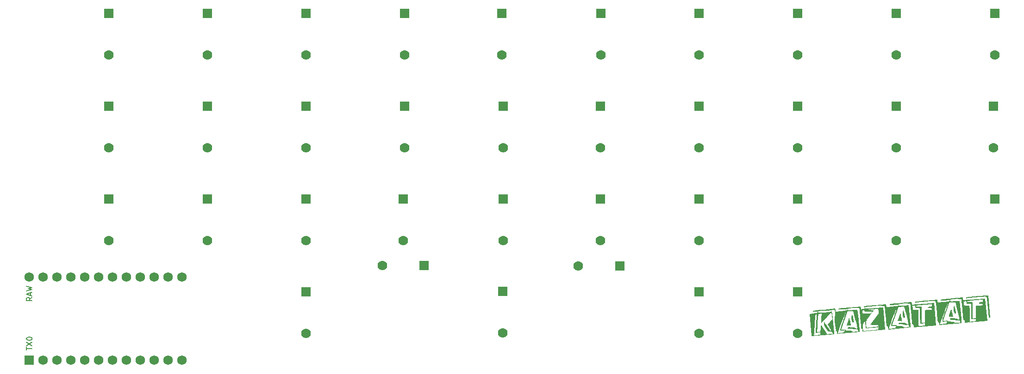
<source format=gbr>
%TF.GenerationSoftware,KiCad,Pcbnew,(5.99.0-9795-gc3c3649211)*%
%TF.CreationDate,2021-06-20T23:13:27-05:00*%
%TF.ProjectId,_autosave-free10u,5f617574-6f73-4617-9665-2d6672656531,rev?*%
%TF.SameCoordinates,Original*%
%TF.FileFunction,Legend,Top*%
%TF.FilePolarity,Positive*%
%FSLAX46Y46*%
G04 Gerber Fmt 4.6, Leading zero omitted, Abs format (unit mm)*
G04 Created by KiCad (PCBNEW (5.99.0-9795-gc3c3649211)) date 2021-06-20 23:13:27*
%MOMM*%
%LPD*%
G01*
G04 APERTURE LIST*
%ADD10C,0.150000*%
%ADD11R,1.752600X1.752600*%
%ADD12C,1.752600*%
%ADD13R,1.778000X1.778000*%
%ADD14C,1.778000*%
G04 APERTURE END LIST*
D10*
%TO.C,U1*%
X21975980Y-126997695D02*
X21975980Y-126426266D01*
X22975980Y-126711980D02*
X21975980Y-126711980D01*
X21975980Y-126188171D02*
X22975980Y-125521504D01*
X21975980Y-125521504D02*
X22975980Y-126188171D01*
X21975980Y-124950076D02*
X21975980Y-124854838D01*
X22023600Y-124759600D01*
X22071219Y-124711980D01*
X22166457Y-124664361D01*
X22356933Y-124616742D01*
X22595028Y-124616742D01*
X22785504Y-124664361D01*
X22880742Y-124711980D01*
X22928361Y-124759600D01*
X22975980Y-124854838D01*
X22975980Y-124950076D01*
X22928361Y-125045314D01*
X22880742Y-125092933D01*
X22785504Y-125140552D01*
X22595028Y-125188171D01*
X22356933Y-125188171D01*
X22166457Y-125140552D01*
X22071219Y-125092933D01*
X22023600Y-125045314D01*
X21975980Y-124950076D01*
X22975980Y-117350076D02*
X22499790Y-117683409D01*
X22975980Y-117921504D02*
X21975980Y-117921504D01*
X21975980Y-117540552D01*
X22023600Y-117445314D01*
X22071219Y-117397695D01*
X22166457Y-117350076D01*
X22309314Y-117350076D01*
X22404552Y-117397695D01*
X22452171Y-117445314D01*
X22499790Y-117540552D01*
X22499790Y-117921504D01*
X22690266Y-116969123D02*
X22690266Y-116492933D01*
X22975980Y-117064361D02*
X21975980Y-116731028D01*
X22975980Y-116397695D01*
X21975980Y-116159600D02*
X22975980Y-115921504D01*
X22261695Y-115731028D01*
X22975980Y-115540552D01*
X21975980Y-115302457D01*
%TO.C,G\u002A\u002A\u002A*%
G36*
X191693162Y-118916450D02*
G01*
X191736571Y-119072269D01*
X191791676Y-119287929D01*
X191851184Y-119533118D01*
X191907801Y-119777520D01*
X191954233Y-119990824D01*
X191983186Y-120142717D01*
X191988096Y-120178085D01*
X191972106Y-120258930D01*
X191884222Y-120283106D01*
X191739714Y-120266408D01*
X191661288Y-120195811D01*
X191595229Y-120033948D01*
X191546509Y-119812634D01*
X191520100Y-119563685D01*
X191520976Y-119318912D01*
X191554110Y-119110132D01*
X191557288Y-119099260D01*
X191611255Y-118943786D01*
X191655032Y-118857505D01*
X191668742Y-118850784D01*
X191693162Y-118916450D01*
G37*
G36*
X198060687Y-118997000D02*
G01*
X198255528Y-121037662D01*
X197946793Y-121064672D01*
X197780223Y-119160780D01*
X197732352Y-118620912D01*
X197692499Y-118191839D01*
X197659010Y-117861437D01*
X197630231Y-117617581D01*
X197604508Y-117448146D01*
X197580185Y-117341007D01*
X197555608Y-117284038D01*
X197529124Y-117265115D01*
X197521530Y-117264947D01*
X197436899Y-117238935D01*
X197424034Y-117211592D01*
X197361647Y-117197198D01*
X197181167Y-117196778D01*
X196886979Y-117210102D01*
X196483468Y-117236943D01*
X195975023Y-117277069D01*
X195668308Y-117303311D01*
X195127669Y-117351937D01*
X194700460Y-117393562D01*
X194377087Y-117429437D01*
X194147955Y-117460806D01*
X194003470Y-117488920D01*
X193934038Y-117515026D01*
X193924403Y-117530147D01*
X193907674Y-117573487D01*
X193855193Y-117540362D01*
X193803841Y-117432551D01*
X193808299Y-117376524D01*
X193827112Y-117347987D01*
X193874161Y-117322619D01*
X193961707Y-117298857D01*
X194102011Y-117275143D01*
X194307335Y-117249911D01*
X194589941Y-117221601D01*
X194962089Y-117188651D01*
X195436043Y-117149498D01*
X195851455Y-117116254D01*
X197865846Y-116956337D01*
X198060687Y-118997000D01*
G37*
G36*
X191128792Y-119524123D02*
G01*
X191171592Y-119679406D01*
X191226162Y-119894540D01*
X191285247Y-120139221D01*
X191341594Y-120383139D01*
X191387947Y-120595987D01*
X191417055Y-120747457D01*
X191422295Y-120784560D01*
X191423055Y-120844578D01*
X191392599Y-120877251D01*
X191305702Y-120887243D01*
X191137139Y-120879220D01*
X190976743Y-120866941D01*
X190797923Y-120849775D01*
X190678831Y-120832672D01*
X190653472Y-120825145D01*
X190663064Y-120763175D01*
X190704930Y-120607924D01*
X190772280Y-120383060D01*
X190855204Y-120121841D01*
X190944279Y-119856325D01*
X191021185Y-119642671D01*
X191077604Y-119502941D01*
X191105017Y-119459001D01*
X191128792Y-119524123D01*
G37*
G36*
X165240954Y-120367619D02*
G01*
X165871697Y-120294769D01*
X166174147Y-120255604D01*
X166372048Y-120218359D01*
X166483974Y-120178347D01*
X166528497Y-120130885D01*
X166529084Y-120128954D01*
X166595610Y-120050532D01*
X166697900Y-120027830D01*
X166780153Y-120065273D01*
X166796312Y-120107770D01*
X166814473Y-120139091D01*
X166872766Y-120158264D01*
X166986719Y-120165174D01*
X167171853Y-120159699D01*
X167443694Y-120141724D01*
X167817766Y-120111127D01*
X167958991Y-120098878D01*
X168408075Y-120056876D01*
X168744919Y-120018811D01*
X168980457Y-119983037D01*
X169125626Y-119947912D01*
X169189602Y-119913856D01*
X169240356Y-119869505D01*
X169231220Y-119905939D01*
X169238760Y-119994913D01*
X169262638Y-120015143D01*
X169289456Y-120087492D01*
X169322765Y-120277277D01*
X169361865Y-120578844D01*
X169406048Y-120986538D01*
X169454616Y-121494703D01*
X169474802Y-121721288D01*
X169524287Y-122267224D01*
X169567471Y-122698938D01*
X169605509Y-123025284D01*
X169639551Y-123255112D01*
X169670752Y-123397278D01*
X169700262Y-123460634D01*
X169701320Y-123461568D01*
X169749372Y-123518686D01*
X169707768Y-123535267D01*
X169663074Y-123597315D01*
X169654361Y-123761701D01*
X169658248Y-123818086D01*
X169682427Y-124094458D01*
X165565908Y-124454607D01*
X165556135Y-124331690D01*
X165553208Y-124294872D01*
X165976968Y-124294872D01*
X166565299Y-124243400D01*
X166838077Y-124217528D01*
X167010014Y-124193428D01*
X167103293Y-124164604D01*
X167140099Y-124124557D01*
X167143323Y-124074119D01*
X167149319Y-123918194D01*
X167161796Y-123855901D01*
X167160542Y-123806066D01*
X167105623Y-123781217D01*
X166974763Y-123778343D01*
X166745682Y-123794433D01*
X166722215Y-123796469D01*
X166485912Y-123815283D01*
X166347823Y-123816718D01*
X166283438Y-123795322D01*
X166268247Y-123745641D01*
X166273018Y-123696526D01*
X166276953Y-123654566D01*
X166279251Y-123630056D01*
X166557110Y-123630056D01*
X166600783Y-123667521D01*
X166719264Y-123671493D01*
X166848811Y-123661621D01*
X166993349Y-123647922D01*
X167091070Y-123622647D01*
X167152585Y-123564519D01*
X167188506Y-123452264D01*
X167209445Y-123264607D01*
X167226014Y-122980272D01*
X167230455Y-122896484D01*
X167248467Y-122668414D01*
X167272828Y-122503204D01*
X167299312Y-122426004D01*
X167309573Y-122425418D01*
X167359157Y-122491194D01*
X167462050Y-122641993D01*
X167605538Y-122858709D01*
X167776903Y-123122233D01*
X167876842Y-123277722D01*
X168392672Y-124083525D01*
X168940053Y-124035636D01*
X169181874Y-124010948D01*
X169368350Y-123985181D01*
X169472091Y-123962443D01*
X169484480Y-123953988D01*
X169452611Y-123883752D01*
X169379113Y-123758568D01*
X169371973Y-123747230D01*
X169296994Y-123647396D01*
X169210082Y-123600578D01*
X169069702Y-123593268D01*
X168929552Y-123603352D01*
X168596684Y-123632474D01*
X168193446Y-123016469D01*
X168021838Y-122751177D01*
X167908044Y-122561459D01*
X167840958Y-122420648D01*
X167809480Y-122302074D01*
X167802505Y-122179071D01*
X167805789Y-122085376D01*
X167823486Y-121917874D01*
X167852300Y-121824390D01*
X167874091Y-121817866D01*
X167924131Y-121884035D01*
X168027434Y-122035199D01*
X168171247Y-122252218D01*
X168342816Y-122515950D01*
X168442642Y-122671247D01*
X168656469Y-122998692D01*
X168818599Y-123230338D01*
X168938163Y-123377643D01*
X169024285Y-123452063D01*
X169076502Y-123466724D01*
X169121481Y-123451131D01*
X169128082Y-123403419D01*
X169089167Y-123305967D01*
X168997605Y-123141156D01*
X168846257Y-122891365D01*
X168838252Y-122878374D01*
X168481973Y-122300349D01*
X168898679Y-121807103D01*
X169315384Y-121313855D01*
X169265548Y-120744221D01*
X169240263Y-120477123D01*
X169216554Y-120310395D01*
X169187379Y-120221405D01*
X169145695Y-120187522D01*
X169091691Y-120185437D01*
X169006998Y-120235796D01*
X168853518Y-120372498D01*
X168640451Y-120586392D01*
X168377000Y-120868320D01*
X168140156Y-121132161D01*
X167889662Y-121414290D01*
X167668468Y-121661195D01*
X167488886Y-121859312D01*
X167363238Y-121995077D01*
X167303835Y-122054926D01*
X167300836Y-122056525D01*
X167300743Y-121994403D01*
X167308607Y-121831777D01*
X167323137Y-121591098D01*
X167343050Y-121294815D01*
X167350580Y-121188698D01*
X167412130Y-120332380D01*
X166782154Y-120387496D01*
X166680769Y-121897102D01*
X166651730Y-122323208D01*
X166624274Y-122714369D01*
X166599784Y-123051825D01*
X166579639Y-123316814D01*
X166565220Y-123490577D01*
X166559298Y-123547707D01*
X166557110Y-123630056D01*
X166279251Y-123630056D01*
X166282418Y-123596284D01*
X166298283Y-123392381D01*
X166319220Y-123104208D01*
X166343840Y-122751155D01*
X166370751Y-122352610D01*
X166385829Y-122124035D01*
X166413358Y-121708921D01*
X166439274Y-121328775D01*
X166462198Y-121002985D01*
X166480752Y-120750939D01*
X166493559Y-120592026D01*
X166497615Y-120551634D01*
X166488040Y-120444712D01*
X166403196Y-120420781D01*
X166392921Y-120421549D01*
X166352813Y-120424310D01*
X166320545Y-120433326D01*
X166294314Y-120461414D01*
X166272314Y-120521391D01*
X166252744Y-120626072D01*
X166233797Y-120788272D01*
X166213671Y-121020809D01*
X166190562Y-121336499D01*
X166162665Y-121748158D01*
X166128177Y-122268600D01*
X166123933Y-122332605D01*
X166094219Y-122775710D01*
X166066131Y-123185785D01*
X166040975Y-123544418D01*
X166020062Y-123833197D01*
X166004697Y-124033713D01*
X165996756Y-124122954D01*
X165976968Y-124294872D01*
X165553208Y-124294872D01*
X165403430Y-122411113D01*
X165240954Y-120367619D01*
G37*
G36*
X181793578Y-120340848D02*
G01*
X181836378Y-120496131D01*
X181890947Y-120711266D01*
X181950032Y-120955946D01*
X182006379Y-121199864D01*
X182052733Y-121412712D01*
X182081840Y-121564183D01*
X182087080Y-121601285D01*
X182087840Y-121661304D01*
X182057384Y-121693976D01*
X181970487Y-121703969D01*
X181801925Y-121695945D01*
X181641528Y-121683666D01*
X181462709Y-121666500D01*
X181343616Y-121649398D01*
X181318257Y-121641870D01*
X181327849Y-121579900D01*
X181369716Y-121424650D01*
X181437066Y-121199785D01*
X181519990Y-120938567D01*
X181609064Y-120673050D01*
X181685970Y-120459396D01*
X181742390Y-120319666D01*
X181769803Y-120275727D01*
X181793578Y-120340848D01*
G37*
G36*
X174855106Y-123188855D02*
G01*
X174814088Y-123109975D01*
X174739573Y-123095068D01*
X174735379Y-123095408D01*
X174638114Y-123065418D01*
X174611708Y-122966985D01*
X174604894Y-122871345D01*
X174587939Y-122669928D01*
X174562362Y-122379708D01*
X174555738Y-122306327D01*
X174912612Y-122306327D01*
X174963737Y-122905243D01*
X175014864Y-123504159D01*
X177765139Y-123263541D01*
X177777717Y-122829238D01*
X175460915Y-123031932D01*
X175380126Y-121666565D01*
X175146369Y-121986447D01*
X174912612Y-122306327D01*
X174555738Y-122306327D01*
X174529682Y-122017656D01*
X174497034Y-121661940D01*
X174491418Y-121600745D01*
X174452105Y-121178361D01*
X174449088Y-121145947D01*
X174441347Y-121063424D01*
X174441138Y-121061196D01*
X175791307Y-121061196D01*
X175822790Y-121076965D01*
X175897533Y-120990927D01*
X175914599Y-120965474D01*
X175961349Y-120888080D01*
X175930880Y-120906113D01*
X175889383Y-120944314D01*
X175810952Y-121027519D01*
X175791307Y-121061196D01*
X174441138Y-121061196D01*
X174410116Y-120730861D01*
X174395963Y-120580161D01*
X176132626Y-120580161D01*
X176136542Y-120620139D01*
X176147407Y-120620205D01*
X176195002Y-120573749D01*
X176245482Y-120503323D01*
X176292232Y-120425930D01*
X176261763Y-120443963D01*
X176220266Y-120482164D01*
X176132626Y-120580161D01*
X174395963Y-120580161D01*
X174360738Y-120205084D01*
X174345873Y-120046793D01*
X174842403Y-120046793D01*
X174848614Y-120162401D01*
X174897697Y-120232407D01*
X175008986Y-120268203D01*
X175201813Y-120281180D01*
X175495509Y-120282726D01*
X175553009Y-120282675D01*
X175837825Y-120282834D01*
X176078945Y-120283600D01*
X176248559Y-120284843D01*
X176316105Y-120286200D01*
X176396913Y-120244798D01*
X176501958Y-120138958D01*
X176508725Y-120130488D01*
X176634428Y-119970816D01*
X176457565Y-119952953D01*
X176314785Y-119945532D01*
X176090127Y-119941468D01*
X175824985Y-119941376D01*
X175739828Y-119942265D01*
X175480691Y-119943873D01*
X175320249Y-119936129D01*
X175233931Y-119912784D01*
X175197169Y-119867592D01*
X175186003Y-119801414D01*
X175147807Y-119689247D01*
X175038921Y-119665251D01*
X175027189Y-119666149D01*
X174917860Y-119704803D01*
X174867704Y-119818422D01*
X174859733Y-119874193D01*
X174842403Y-120046793D01*
X174345873Y-120046793D01*
X174308758Y-119651586D01*
X175389496Y-119651586D01*
X176112311Y-119657439D01*
X176398412Y-119661993D01*
X176636975Y-119670010D01*
X176802389Y-119680341D01*
X176868562Y-119691346D01*
X176848454Y-119749460D01*
X176767402Y-119884660D01*
X176640117Y-120076674D01*
X176481315Y-120305227D01*
X176305706Y-120550047D01*
X176128005Y-120790860D01*
X175962923Y-121007392D01*
X175825175Y-121179369D01*
X175729471Y-121286518D01*
X175692612Y-121311747D01*
X175625303Y-121337648D01*
X175538155Y-121433070D01*
X175434432Y-121579929D01*
X175562382Y-121450842D01*
X175658300Y-121376538D01*
X175693723Y-121390091D01*
X175663738Y-121469294D01*
X175587971Y-121566496D01*
X175536274Y-121638425D01*
X175507960Y-121734154D01*
X175500768Y-121881004D01*
X175512432Y-122106294D01*
X175527764Y-122293043D01*
X175580663Y-122897683D01*
X177791635Y-122704248D01*
X177778532Y-122554472D01*
X177771374Y-122494660D01*
X177750116Y-122451571D01*
X177696924Y-122422149D01*
X177593958Y-122403338D01*
X177423384Y-122392077D01*
X177167365Y-122385311D01*
X176808063Y-122379982D01*
X176756522Y-122379286D01*
X176275300Y-122372766D01*
X177028882Y-121323779D01*
X177782465Y-120274794D01*
X177775744Y-119850532D01*
X177769024Y-119426269D01*
X176579260Y-119538928D01*
X175389496Y-119651586D01*
X174308758Y-119651586D01*
X174275618Y-119298701D01*
X174033579Y-119319877D01*
X173868795Y-119319908D01*
X173760872Y-119293620D01*
X173748209Y-119282958D01*
X173672959Y-119262744D01*
X173509452Y-119257767D01*
X173286854Y-119265441D01*
X173034329Y-119283182D01*
X172781041Y-119308404D01*
X172556157Y-119338523D01*
X172388838Y-119370953D01*
X172308251Y-119403110D01*
X172305080Y-119410870D01*
X172246864Y-119442582D01*
X172069520Y-119474756D01*
X171777218Y-119506810D01*
X171403225Y-119536186D01*
X171051788Y-119559402D01*
X170804670Y-119571991D01*
X170643246Y-119572728D01*
X170548894Y-119560381D01*
X170502988Y-119533724D01*
X170486905Y-119491526D01*
X170485108Y-119475613D01*
X170485531Y-119441875D01*
X170501462Y-119413527D01*
X170545174Y-119388743D01*
X170628938Y-119365697D01*
X170765026Y-119342561D01*
X170965708Y-119317507D01*
X171243256Y-119288710D01*
X171609943Y-119254341D01*
X172078039Y-119212574D01*
X172501086Y-119175466D01*
X174527810Y-118998150D01*
X174569531Y-119257515D01*
X174611253Y-119516881D01*
X174877522Y-119493585D01*
X175080014Y-119454487D01*
X175169003Y-119381367D01*
X175171083Y-119375073D01*
X175235468Y-119292328D01*
X175326600Y-119275844D01*
X175389635Y-119330669D01*
X175394447Y-119354504D01*
X175411749Y-119381267D01*
X175466941Y-119398858D01*
X175573156Y-119407004D01*
X175743527Y-119405434D01*
X175991188Y-119393875D01*
X176329272Y-119372056D01*
X176770912Y-119339704D01*
X177016018Y-119320935D01*
X178629617Y-119196262D01*
X178824458Y-121236925D01*
X179019298Y-123277588D01*
X174902778Y-123637737D01*
X174892032Y-123514905D01*
X174878599Y-123361365D01*
X174855106Y-123188855D01*
G37*
G36*
X179523059Y-122780995D02*
G01*
X179482541Y-122702245D01*
X179408028Y-122686711D01*
X179399194Y-122687377D01*
X179364493Y-122686885D01*
X179335540Y-122670284D01*
X179310402Y-122624917D01*
X179287142Y-122538130D01*
X179263826Y-122397266D01*
X179238522Y-122189671D01*
X179209291Y-121902687D01*
X179174202Y-121523661D01*
X179131319Y-121039935D01*
X179109794Y-120794231D01*
X178943225Y-118890339D01*
X178670478Y-118914201D01*
X178495790Y-118916667D01*
X178376424Y-118894832D01*
X178354401Y-118879968D01*
X178279396Y-118864192D01*
X178103031Y-118862075D01*
X177846258Y-118871688D01*
X177530028Y-118891100D01*
X177175293Y-118918380D01*
X176803005Y-118951595D01*
X176434116Y-118988817D01*
X176089575Y-119028113D01*
X175790337Y-119067552D01*
X175557351Y-119105204D01*
X175411570Y-119139138D01*
X175377639Y-119154322D01*
X175250651Y-119198585D01*
X175155992Y-119150691D01*
X175132351Y-119033931D01*
X175137870Y-119009975D01*
X175156683Y-118981438D01*
X175203731Y-118956070D01*
X175291278Y-118932308D01*
X175431582Y-118908594D01*
X175636906Y-118883362D01*
X175919511Y-118855052D01*
X176291660Y-118822102D01*
X176765613Y-118782949D01*
X177181025Y-118749705D01*
X179195417Y-118589788D01*
X179278859Y-119108518D01*
X180312828Y-119018058D01*
X180701277Y-118982452D01*
X180983201Y-118951959D01*
X181175120Y-118923692D01*
X181293550Y-118894758D01*
X181355010Y-118862268D01*
X181374087Y-118832380D01*
X181451543Y-118743713D01*
X181502001Y-118728361D01*
X181576739Y-118759259D01*
X181575826Y-118813047D01*
X181581539Y-118849214D01*
X181634848Y-118871182D01*
X181752618Y-118879635D01*
X181951710Y-118875249D01*
X182248986Y-118858708D01*
X182423127Y-118847219D01*
X183297225Y-118787900D01*
X183479988Y-120523218D01*
X183528156Y-120989548D01*
X183571953Y-121430759D01*
X183609608Y-121827593D01*
X183639344Y-122160790D01*
X183659387Y-122411089D01*
X183667962Y-122559232D01*
X183668073Y-122564472D01*
X183673395Y-122870407D01*
X179570385Y-123229374D01*
X179559639Y-123106542D01*
X179558701Y-123095827D01*
X179682119Y-123095827D01*
X180826623Y-122995696D01*
X180910322Y-122771772D01*
X180994020Y-122547848D01*
X180565103Y-122585373D01*
X180340649Y-122602779D01*
X180211261Y-122600874D01*
X180149284Y-122572281D01*
X180127063Y-122509625D01*
X180122789Y-122469356D01*
X180122575Y-122467340D01*
X180124157Y-122458135D01*
X180251042Y-122458135D01*
X180716052Y-122435627D01*
X180956360Y-122428305D01*
X181094919Y-122437416D01*
X181152584Y-122466287D01*
X181154565Y-122505563D01*
X181173991Y-122578730D01*
X181246464Y-122587648D01*
X181363950Y-122586208D01*
X181563602Y-122592042D01*
X181804573Y-122603903D01*
X181832132Y-122605539D01*
X182086423Y-122627519D01*
X182242237Y-122660276D01*
X182324332Y-122710588D01*
X182346226Y-122746220D01*
X182383346Y-122800174D01*
X182455618Y-122828766D01*
X182588910Y-122835005D01*
X182809090Y-122821896D01*
X182918107Y-122812715D01*
X183171181Y-122789164D01*
X183323290Y-122767355D01*
X183396353Y-122738955D01*
X183412293Y-122695633D01*
X183394044Y-122631832D01*
X183351361Y-122491657D01*
X183337366Y-122420189D01*
X183280883Y-122376585D01*
X183118054Y-122366103D01*
X182961317Y-122375732D01*
X182766268Y-122384757D01*
X182630929Y-122375701D01*
X182588211Y-122355277D01*
X182529023Y-122329363D01*
X182374271Y-122303955D01*
X182151639Y-122282975D01*
X182024249Y-122275407D01*
X181778506Y-122260483D01*
X181587148Y-122243191D01*
X181477716Y-122226299D01*
X181462330Y-122218882D01*
X181492647Y-122096239D01*
X181576481Y-121991105D01*
X181673101Y-121954118D01*
X181675037Y-121954448D01*
X181782753Y-121966233D01*
X181978092Y-121980530D01*
X182225478Y-121994858D01*
X182322782Y-121999655D01*
X182594732Y-122017078D01*
X182767453Y-122042213D01*
X182865003Y-122080738D01*
X182911437Y-122138331D01*
X182911556Y-122138615D01*
X183009167Y-122228223D01*
X183108248Y-122239105D01*
X183162340Y-122233637D01*
X183202332Y-122219170D01*
X183226436Y-122182720D01*
X183232860Y-122111308D01*
X183219813Y-121991947D01*
X183185508Y-121811655D01*
X183128152Y-121557449D01*
X183045957Y-121216347D01*
X182937130Y-120775364D01*
X182867962Y-120496377D01*
X182507586Y-119042642D01*
X181467808Y-119098372D01*
X180251042Y-122458135D01*
X180124157Y-122458135D01*
X180139496Y-122368885D01*
X180194185Y-122172201D01*
X180281090Y-121894497D01*
X180394658Y-121552983D01*
X180529337Y-121164869D01*
X180661929Y-120795646D01*
X180811565Y-120385033D01*
X180947807Y-120010539D01*
X181064768Y-119688396D01*
X181156562Y-119434833D01*
X181217302Y-119266083D01*
X181240630Y-119199901D01*
X181218317Y-119134077D01*
X181183183Y-119129383D01*
X181146506Y-119186718D01*
X181074316Y-119344676D01*
X180972523Y-119587742D01*
X180847038Y-119900405D01*
X180703768Y-120267150D01*
X180548623Y-120672465D01*
X180387512Y-121100836D01*
X180226344Y-121536752D01*
X180071029Y-121964697D01*
X179927475Y-122369159D01*
X179801591Y-122734626D01*
X179743342Y-122909385D01*
X179682119Y-123095827D01*
X179558701Y-123095827D01*
X179546205Y-122953002D01*
X179523059Y-122780995D01*
G37*
G36*
X170187844Y-123597720D02*
G01*
X170147327Y-123518971D01*
X170072813Y-123503436D01*
X170063980Y-123504102D01*
X169959982Y-123483564D01*
X169939052Y-123423940D01*
X169999473Y-123372702D01*
X170034784Y-123321284D01*
X169985945Y-123218082D01*
X169946375Y-123099671D01*
X169904068Y-122865027D01*
X169860038Y-122521159D01*
X169815306Y-122075077D01*
X169807830Y-121991010D01*
X169773850Y-121583303D01*
X169753380Y-121281441D01*
X169746265Y-121068726D01*
X169752352Y-120928462D01*
X169771485Y-120843949D01*
X169796851Y-120804490D01*
X169836996Y-120728781D01*
X169853903Y-120590436D01*
X169848683Y-120367907D01*
X169831289Y-120137073D01*
X169780292Y-119554172D01*
X169584630Y-119616671D01*
X169412138Y-119659869D01*
X169178683Y-119702524D01*
X168911254Y-119741687D01*
X168636835Y-119774412D01*
X168382414Y-119797749D01*
X168174979Y-119808753D01*
X168041516Y-119804476D01*
X168006149Y-119789069D01*
X167947559Y-119763648D01*
X167799104Y-119755548D01*
X167592578Y-119762008D01*
X167359774Y-119780269D01*
X167132480Y-119807573D01*
X166942492Y-119841161D01*
X166821598Y-119878273D01*
X166799444Y-119893798D01*
X166709671Y-119932403D01*
X166528514Y-119964728D01*
X166287890Y-119985102D01*
X166284510Y-119985264D01*
X166049196Y-119993051D01*
X165910625Y-119985023D01*
X165842655Y-119955509D01*
X165819147Y-119898839D01*
X165817500Y-119883976D01*
X165817923Y-119850238D01*
X165833855Y-119821890D01*
X165877567Y-119797106D01*
X165961331Y-119774060D01*
X166097418Y-119750924D01*
X166298100Y-119725870D01*
X166575649Y-119697073D01*
X166942336Y-119662704D01*
X167410432Y-119620937D01*
X167833478Y-119583829D01*
X169860202Y-119406513D01*
X169901923Y-119665878D01*
X169943645Y-119925244D01*
X170977613Y-119834783D01*
X171366062Y-119799177D01*
X171647987Y-119768685D01*
X171839905Y-119740417D01*
X171958335Y-119711483D01*
X172019795Y-119678993D01*
X172038872Y-119649106D01*
X172116329Y-119560439D01*
X172166786Y-119545087D01*
X172241524Y-119575984D01*
X172240612Y-119629772D01*
X172246324Y-119665939D01*
X172299633Y-119687908D01*
X172417403Y-119696360D01*
X172616496Y-119691975D01*
X172913772Y-119675433D01*
X173087912Y-119663944D01*
X173962010Y-119604625D01*
X174144773Y-121339944D01*
X174192941Y-121806273D01*
X174236738Y-122247485D01*
X174274393Y-122644318D01*
X174304129Y-122977515D01*
X174324172Y-123227815D01*
X174332747Y-123375957D01*
X174332859Y-123381197D01*
X174338180Y-123687133D01*
X170235171Y-124046100D01*
X170224425Y-123923268D01*
X170223487Y-123912552D01*
X170346904Y-123912552D01*
X171491408Y-123812421D01*
X171575107Y-123588497D01*
X171658805Y-123364573D01*
X171229888Y-123402099D01*
X171005434Y-123419504D01*
X170876046Y-123417599D01*
X170814069Y-123389007D01*
X170791848Y-123326350D01*
X170787575Y-123286081D01*
X170787361Y-123284065D01*
X170788943Y-123274861D01*
X170915828Y-123274861D01*
X171380837Y-123252353D01*
X171621145Y-123245031D01*
X171759705Y-123254141D01*
X171817369Y-123283012D01*
X171819350Y-123322288D01*
X171838776Y-123395455D01*
X171911249Y-123404374D01*
X172028736Y-123402934D01*
X172228387Y-123408767D01*
X172469358Y-123420628D01*
X172496918Y-123422265D01*
X172751208Y-123444244D01*
X172907022Y-123477002D01*
X172989117Y-123527313D01*
X173011011Y-123562946D01*
X173048132Y-123616900D01*
X173120403Y-123645492D01*
X173253695Y-123651730D01*
X173473875Y-123638621D01*
X173582892Y-123629440D01*
X173835967Y-123605889D01*
X173988075Y-123584080D01*
X174061138Y-123555680D01*
X174077079Y-123512358D01*
X174058829Y-123448557D01*
X174016146Y-123308383D01*
X174002152Y-123236914D01*
X173945668Y-123193310D01*
X173782839Y-123182829D01*
X173626102Y-123192457D01*
X173431053Y-123201482D01*
X173295714Y-123192426D01*
X173252996Y-123172003D01*
X173193809Y-123146088D01*
X173039056Y-123120680D01*
X172816425Y-123099700D01*
X172689035Y-123092132D01*
X172443291Y-123077208D01*
X172251933Y-123059917D01*
X172142501Y-123043025D01*
X172127115Y-123035608D01*
X172157432Y-122912965D01*
X172241266Y-122807831D01*
X172337886Y-122770843D01*
X172339822Y-122771174D01*
X172447538Y-122782959D01*
X172642877Y-122797256D01*
X172890263Y-122811583D01*
X172987568Y-122816380D01*
X173259517Y-122833803D01*
X173432238Y-122858938D01*
X173529788Y-122897464D01*
X173576222Y-122955056D01*
X173576341Y-122955341D01*
X173673952Y-123044948D01*
X173773034Y-123055830D01*
X173827125Y-123050362D01*
X173867118Y-123035895D01*
X173891221Y-122999446D01*
X173897645Y-122928033D01*
X173884599Y-122808672D01*
X173850293Y-122628380D01*
X173792937Y-122374175D01*
X173710742Y-122033072D01*
X173601915Y-121592089D01*
X173532747Y-121313102D01*
X173172371Y-119859368D01*
X172652482Y-119887232D01*
X172132593Y-119915098D01*
X171524210Y-121594979D01*
X170915828Y-123274861D01*
X170788943Y-123274861D01*
X170804281Y-123185611D01*
X170858970Y-122988926D01*
X170945875Y-122711222D01*
X171059443Y-122369708D01*
X171194122Y-121981594D01*
X171326714Y-121612371D01*
X171476351Y-121201758D01*
X171612592Y-120827265D01*
X171729554Y-120505121D01*
X171821347Y-120251559D01*
X171882087Y-120082809D01*
X171905415Y-120016627D01*
X171883102Y-119950802D01*
X171847968Y-119946108D01*
X171811291Y-120003443D01*
X171739101Y-120161401D01*
X171637309Y-120404468D01*
X171511823Y-120717130D01*
X171368554Y-121083876D01*
X171213408Y-121489191D01*
X171052297Y-121917562D01*
X170891129Y-122353477D01*
X170735814Y-122781422D01*
X170592260Y-123185885D01*
X170466377Y-123551351D01*
X170408127Y-123726111D01*
X170346904Y-123912552D01*
X170223487Y-123912552D01*
X170210991Y-123769727D01*
X170187844Y-123597720D01*
G37*
G36*
X192704009Y-117686426D02*
G01*
X192539225Y-117686457D01*
X192431301Y-117660169D01*
X192418639Y-117649507D01*
X192343388Y-117629293D01*
X192179882Y-117624316D01*
X191957284Y-117631990D01*
X191704759Y-117649731D01*
X191451471Y-117674953D01*
X191226587Y-117705072D01*
X191059267Y-117737502D01*
X190978681Y-117769659D01*
X190975510Y-117777419D01*
X190917293Y-117809131D01*
X190739949Y-117841305D01*
X190447647Y-117873359D01*
X190073655Y-117902735D01*
X189722218Y-117925951D01*
X189475100Y-117938540D01*
X189313676Y-117939277D01*
X189219323Y-117926930D01*
X189173417Y-117900273D01*
X189157335Y-117858075D01*
X189155537Y-117842162D01*
X189155960Y-117808424D01*
X189171892Y-117780077D01*
X189215604Y-117755292D01*
X189299368Y-117732246D01*
X189435455Y-117709110D01*
X189636137Y-117684057D01*
X189913686Y-117655259D01*
X190280372Y-117620890D01*
X190748468Y-117579123D01*
X191171515Y-117542015D01*
X193198239Y-117364700D01*
X193239961Y-117624064D01*
X193281682Y-117883430D01*
X193532397Y-117861495D01*
X193754731Y-117808965D01*
X193855298Y-117724945D01*
X193911506Y-117645989D01*
X193932876Y-117670493D01*
X193938751Y-117716649D01*
X193950190Y-117747674D01*
X193986006Y-117769796D01*
X194059717Y-117782826D01*
X194184838Y-117786572D01*
X194374884Y-117780845D01*
X194643371Y-117765453D01*
X195003813Y-117740207D01*
X195469728Y-117704917D01*
X195625034Y-117692890D01*
X197300046Y-117562811D01*
X197689728Y-121644137D01*
X193573207Y-122004286D01*
X193549028Y-121727914D01*
X193525535Y-121555404D01*
X193484517Y-121476525D01*
X193410002Y-121461617D01*
X193405808Y-121461957D01*
X193308544Y-121431967D01*
X193282138Y-121333534D01*
X193275323Y-121237894D01*
X193258368Y-121036477D01*
X193232792Y-120746257D01*
X193200111Y-120384206D01*
X193161848Y-119967294D01*
X193119518Y-119512496D01*
X193111777Y-119429973D01*
X192986399Y-118094921D01*
X192983394Y-118062922D01*
X193352155Y-118062922D01*
X193384292Y-118430248D01*
X193402515Y-118612540D01*
X193434377Y-118729641D01*
X193503275Y-118795310D01*
X193632605Y-118823304D01*
X193845762Y-118827382D01*
X194052953Y-118823465D01*
X194249059Y-118823295D01*
X194388657Y-118830403D01*
X194433840Y-118839777D01*
X194441409Y-118905772D01*
X194447556Y-119076176D01*
X194451978Y-119332102D01*
X194454372Y-119654661D01*
X194454433Y-120024968D01*
X194454145Y-120101577D01*
X194453322Y-120496108D01*
X194454251Y-120862730D01*
X194456743Y-121178167D01*
X194460604Y-121419146D01*
X194465646Y-121562389D01*
X194466198Y-121570314D01*
X194483699Y-121800856D01*
X195036443Y-121752498D01*
X195321454Y-121722009D01*
X195496686Y-121688746D01*
X195575658Y-121649611D01*
X195583307Y-121627295D01*
X195588790Y-121507425D01*
X195602373Y-121409026D01*
X195608843Y-121336244D01*
X195579287Y-121297213D01*
X195488786Y-121285696D01*
X195312426Y-121295455D01*
X195190241Y-121305839D01*
X194753167Y-121344078D01*
X194737241Y-121113400D01*
X194732246Y-120979387D01*
X194727976Y-120746097D01*
X194724688Y-120437554D01*
X194722639Y-120077778D01*
X194722083Y-119697009D01*
X194722849Y-118511298D01*
X194504319Y-118494494D01*
X194286648Y-118487560D01*
X194086128Y-118494477D01*
X193957477Y-118496742D01*
X193896339Y-118452497D01*
X193870901Y-118328812D01*
X193864975Y-118265600D01*
X193851439Y-118110891D01*
X193850260Y-118097411D01*
X193974121Y-118097411D01*
X193974271Y-118100145D01*
X194003808Y-118160267D01*
X194092633Y-118197700D01*
X194260133Y-118215960D01*
X194525695Y-118218559D01*
X194618754Y-118216991D01*
X194814859Y-118216819D01*
X194954458Y-118223928D01*
X194999640Y-118233301D01*
X195007209Y-118299297D01*
X195013356Y-118469702D01*
X195017778Y-118725627D01*
X195020173Y-119048187D01*
X195020233Y-119418493D01*
X195019945Y-119495102D01*
X195019121Y-119889633D01*
X195020051Y-120256255D01*
X195022543Y-120571693D01*
X195026404Y-120812671D01*
X195031446Y-120955915D01*
X195031998Y-120963840D01*
X195049499Y-121194381D01*
X195325871Y-121170201D01*
X195489992Y-121146618D01*
X195586948Y-121114796D01*
X195598463Y-121099938D01*
X195597491Y-121025526D01*
X195597245Y-120849701D01*
X195597697Y-120594350D01*
X195598817Y-120281360D01*
X195599859Y-120063226D01*
X195601054Y-119718212D01*
X195600984Y-119410379D01*
X195599743Y-119163672D01*
X195597424Y-119002038D01*
X195595566Y-118956011D01*
X195599102Y-118903902D01*
X195634141Y-118869340D01*
X195722139Y-118847917D01*
X195884552Y-118835225D01*
X196142834Y-118826853D01*
X196234613Y-118824697D01*
X196883128Y-118809970D01*
X196869912Y-118658911D01*
X196850280Y-118571652D01*
X196790283Y-118524321D01*
X196658872Y-118502587D01*
X196515217Y-118495202D01*
X196312076Y-118479605D01*
X196204643Y-118445598D01*
X196165627Y-118383444D01*
X196163878Y-118369860D01*
X196177754Y-118302242D01*
X196251468Y-118257101D01*
X196411361Y-118221947D01*
X196505548Y-118207855D01*
X196703249Y-118176911D01*
X196808300Y-118141330D01*
X196850266Y-118080143D01*
X196858713Y-117972379D01*
X196858860Y-117957255D01*
X196860643Y-117755969D01*
X195413478Y-117882580D01*
X194948720Y-117924182D01*
X194593203Y-117958691D01*
X194333211Y-117988179D01*
X194155024Y-118014722D01*
X194044925Y-118040392D01*
X193989197Y-118067265D01*
X193974121Y-118097411D01*
X193850260Y-118097411D01*
X193843482Y-118019936D01*
X193352155Y-118062922D01*
X192983394Y-118062922D01*
X192946047Y-117665250D01*
X192704009Y-117686426D01*
G37*
G36*
X182357947Y-119733175D02*
G01*
X182401356Y-119888995D01*
X182456462Y-120104655D01*
X182515969Y-120349843D01*
X182572586Y-120594246D01*
X182619018Y-120807550D01*
X182647972Y-120959442D01*
X182652881Y-120994811D01*
X182636891Y-121075655D01*
X182549008Y-121099832D01*
X182404499Y-121083134D01*
X182326074Y-121012536D01*
X182260014Y-120850674D01*
X182211294Y-120629360D01*
X182184886Y-120380410D01*
X182185762Y-120135637D01*
X182218895Y-119926857D01*
X182222073Y-119915986D01*
X182276040Y-119760512D01*
X182319817Y-119674230D01*
X182333528Y-119667509D01*
X182357947Y-119733175D01*
G37*
G36*
X173022733Y-120549901D02*
G01*
X173066141Y-120705720D01*
X173121247Y-120921380D01*
X173180755Y-121166569D01*
X173237372Y-121410971D01*
X173283803Y-121624275D01*
X173312757Y-121776167D01*
X173317666Y-121811536D01*
X173301676Y-121892381D01*
X173213793Y-121916557D01*
X173069284Y-121899859D01*
X172990859Y-121829262D01*
X172924799Y-121667399D01*
X172876079Y-121446085D01*
X172849671Y-121197136D01*
X172850547Y-120952363D01*
X172883680Y-120743583D01*
X172886858Y-120732711D01*
X172940825Y-120577237D01*
X172984603Y-120490955D01*
X172998313Y-120484235D01*
X173022733Y-120549901D01*
G37*
G36*
X172458363Y-121157574D02*
G01*
X172501163Y-121312857D01*
X172555732Y-121527991D01*
X172614818Y-121772672D01*
X172671164Y-122016590D01*
X172717518Y-122229438D01*
X172746625Y-122380908D01*
X172751866Y-122418011D01*
X172752625Y-122478029D01*
X172722169Y-122510702D01*
X172635272Y-122520694D01*
X172466710Y-122512671D01*
X172306313Y-122500392D01*
X172127494Y-122483226D01*
X172008402Y-122466123D01*
X171983042Y-122458596D01*
X171992634Y-122396626D01*
X172034501Y-122241375D01*
X172101851Y-122016511D01*
X172184775Y-121755292D01*
X172273850Y-121489775D01*
X172350755Y-121276122D01*
X172407175Y-121136392D01*
X172434588Y-121092452D01*
X172458363Y-121157574D01*
G37*
G36*
X183368794Y-118503151D02*
G01*
X183204010Y-118503182D01*
X183096086Y-118476894D01*
X183083424Y-118466232D01*
X183008174Y-118446018D01*
X182844667Y-118441042D01*
X182622069Y-118448716D01*
X182369544Y-118466456D01*
X182116256Y-118491679D01*
X181891372Y-118521797D01*
X181724053Y-118554227D01*
X181643466Y-118586384D01*
X181640295Y-118594144D01*
X181582078Y-118625857D01*
X181404735Y-118658031D01*
X181112433Y-118690085D01*
X180738440Y-118719461D01*
X180387003Y-118742676D01*
X180139885Y-118755266D01*
X179978461Y-118756003D01*
X179884108Y-118743656D01*
X179838203Y-118716998D01*
X179822120Y-118674801D01*
X179820323Y-118658888D01*
X179820745Y-118625149D01*
X179836677Y-118596802D01*
X179880389Y-118572018D01*
X179964153Y-118548972D01*
X180100241Y-118525836D01*
X180300923Y-118500782D01*
X180578471Y-118471984D01*
X180945158Y-118437616D01*
X181413254Y-118395849D01*
X181836301Y-118358740D01*
X183863025Y-118181425D01*
X183904746Y-118440790D01*
X183946467Y-118700156D01*
X184197183Y-118678221D01*
X184419516Y-118625690D01*
X184520083Y-118541671D01*
X184576291Y-118462714D01*
X184597662Y-118487219D01*
X184603536Y-118533374D01*
X184614975Y-118564400D01*
X184650791Y-118586521D01*
X184724502Y-118599551D01*
X184849624Y-118603298D01*
X185039670Y-118597570D01*
X185308156Y-118582179D01*
X185668598Y-118556933D01*
X186134513Y-118521642D01*
X186289819Y-118509616D01*
X187964832Y-118379537D01*
X188159672Y-120420200D01*
X188354513Y-122460863D01*
X184237992Y-122821011D01*
X184213813Y-122544639D01*
X184190321Y-122372129D01*
X184149302Y-122293250D01*
X184074787Y-122278343D01*
X184070593Y-122278683D01*
X183973329Y-122248693D01*
X183946923Y-122150259D01*
X183940108Y-122054619D01*
X183923153Y-121853203D01*
X183897577Y-121562982D01*
X183864896Y-121200931D01*
X183826633Y-120784019D01*
X183784303Y-120329221D01*
X183776562Y-120246699D01*
X183651184Y-118911647D01*
X183648179Y-118879647D01*
X184016940Y-118879647D01*
X184049077Y-119246973D01*
X184067300Y-119429266D01*
X184099162Y-119546366D01*
X184168060Y-119612035D01*
X184297390Y-119640029D01*
X184510547Y-119644108D01*
X184717738Y-119640191D01*
X184913844Y-119640021D01*
X185053443Y-119647129D01*
X185098626Y-119656502D01*
X185106194Y-119722498D01*
X185112341Y-119892902D01*
X185116764Y-120148827D01*
X185119157Y-120471387D01*
X185119218Y-120841694D01*
X185118930Y-120918302D01*
X185118107Y-121312833D01*
X185119036Y-121679456D01*
X185121528Y-121994893D01*
X185125390Y-122235871D01*
X185130432Y-122379115D01*
X185130983Y-122387040D01*
X185148485Y-122617582D01*
X185701228Y-122569223D01*
X185986239Y-122538735D01*
X186161471Y-122505472D01*
X186240443Y-122466337D01*
X186248092Y-122444020D01*
X186253575Y-122324150D01*
X186267158Y-122225752D01*
X186273629Y-122152969D01*
X186244072Y-122113939D01*
X186153572Y-122102421D01*
X185977211Y-122112180D01*
X185855026Y-122122565D01*
X185417952Y-122160804D01*
X185402027Y-121930125D01*
X185397031Y-121796113D01*
X185392761Y-121562823D01*
X185389473Y-121254279D01*
X185387424Y-120894504D01*
X185386868Y-120513735D01*
X185387634Y-119328024D01*
X185169104Y-119311220D01*
X184951433Y-119304286D01*
X184750913Y-119311203D01*
X184622262Y-119313468D01*
X184561125Y-119269222D01*
X184535687Y-119145537D01*
X184529760Y-119082325D01*
X184516224Y-118927616D01*
X184515045Y-118914137D01*
X184638907Y-118914137D01*
X184639056Y-118916870D01*
X184668594Y-118976992D01*
X184757418Y-119014425D01*
X184924919Y-119032685D01*
X185190480Y-119035285D01*
X185283539Y-119033716D01*
X185479644Y-119033545D01*
X185619244Y-119040653D01*
X185664426Y-119050027D01*
X185671994Y-119116022D01*
X185678141Y-119286427D01*
X185682563Y-119542353D01*
X185684958Y-119864912D01*
X185685018Y-120235218D01*
X185684730Y-120311828D01*
X185683907Y-120706359D01*
X185684836Y-121072981D01*
X185687328Y-121388418D01*
X185691190Y-121629396D01*
X185696232Y-121772640D01*
X185696784Y-121780565D01*
X185714284Y-122011106D01*
X185990657Y-121986927D01*
X186154778Y-121963343D01*
X186251734Y-121931522D01*
X186263248Y-121916664D01*
X186262276Y-121842251D01*
X186262031Y-121666426D01*
X186262482Y-121411075D01*
X186263603Y-121098086D01*
X186264644Y-120879952D01*
X186265839Y-120534938D01*
X186265769Y-120227105D01*
X186264528Y-119980398D01*
X186262209Y-119818764D01*
X186260351Y-119772737D01*
X186263887Y-119720627D01*
X186298927Y-119686066D01*
X186386925Y-119664643D01*
X186549337Y-119651950D01*
X186807619Y-119643579D01*
X186899398Y-119641422D01*
X187547913Y-119626696D01*
X187534697Y-119475637D01*
X187515066Y-119388377D01*
X187455068Y-119341047D01*
X187323657Y-119319312D01*
X187180002Y-119311927D01*
X186976861Y-119296331D01*
X186869428Y-119262324D01*
X186830412Y-119200170D01*
X186828663Y-119186586D01*
X186842539Y-119118968D01*
X186916253Y-119073826D01*
X187076146Y-119038672D01*
X187170333Y-119024581D01*
X187368034Y-118993636D01*
X187473085Y-118958056D01*
X187515052Y-118896868D01*
X187523498Y-118789104D01*
X187523645Y-118773981D01*
X187525428Y-118572694D01*
X186078264Y-118699305D01*
X185613505Y-118740908D01*
X185257988Y-118775416D01*
X184997996Y-118804904D01*
X184819809Y-118831447D01*
X184709710Y-118857118D01*
X184653982Y-118883990D01*
X184638907Y-118914137D01*
X184515045Y-118914137D01*
X184508267Y-118836662D01*
X184016940Y-118879647D01*
X183648179Y-118879647D01*
X183610832Y-118481976D01*
X183368794Y-118503151D01*
G37*
G36*
X188858274Y-121964269D02*
G01*
X188817756Y-121885520D01*
X188743243Y-121869985D01*
X188734409Y-121870652D01*
X188699708Y-121870159D01*
X188670755Y-121853558D01*
X188645617Y-121808192D01*
X188622357Y-121721405D01*
X188599041Y-121580541D01*
X188573736Y-121372945D01*
X188544506Y-121085962D01*
X188509417Y-120706936D01*
X188466533Y-120223209D01*
X188445009Y-119977505D01*
X188397137Y-119437637D01*
X188357284Y-119008564D01*
X188323795Y-118678163D01*
X188295016Y-118434307D01*
X188269293Y-118264871D01*
X188244970Y-118157732D01*
X188220394Y-118100763D01*
X188193909Y-118081841D01*
X188186316Y-118081673D01*
X188101684Y-118055661D01*
X188088819Y-118028317D01*
X188026432Y-118013924D01*
X187845952Y-118013503D01*
X187551764Y-118026828D01*
X187148254Y-118053668D01*
X186639808Y-118093795D01*
X186333093Y-118120037D01*
X185792454Y-118168663D01*
X185365245Y-118210288D01*
X185041872Y-118246162D01*
X184812740Y-118277532D01*
X184668256Y-118305645D01*
X184598823Y-118331751D01*
X184589188Y-118346872D01*
X184572459Y-118390212D01*
X184519979Y-118357087D01*
X184468626Y-118249277D01*
X184473084Y-118193250D01*
X184491898Y-118164712D01*
X184538946Y-118139344D01*
X184626493Y-118115583D01*
X184766797Y-118091868D01*
X184972120Y-118066636D01*
X185254726Y-118038327D01*
X185626874Y-118005376D01*
X186100828Y-117966224D01*
X186516240Y-117932980D01*
X188530631Y-117773062D01*
X188572353Y-118032427D01*
X188614074Y-118291793D01*
X189648043Y-118201332D01*
X190036491Y-118165726D01*
X190318416Y-118135234D01*
X190510334Y-118106966D01*
X190628765Y-118078032D01*
X190690225Y-118045542D01*
X190709302Y-118015655D01*
X190786758Y-117926988D01*
X190837215Y-117911636D01*
X190911953Y-117942533D01*
X190911041Y-117996322D01*
X190916754Y-118032488D01*
X190970063Y-118054457D01*
X191087833Y-118062909D01*
X191286925Y-118058524D01*
X191584201Y-118041983D01*
X191758341Y-118030494D01*
X192632440Y-117971174D01*
X192815203Y-119706493D01*
X192863370Y-120172822D01*
X192907168Y-120614034D01*
X192944823Y-121010867D01*
X192974558Y-121344064D01*
X192994602Y-121594364D01*
X193003177Y-121742506D01*
X193003288Y-121747747D01*
X193008610Y-122053682D01*
X188905600Y-122412649D01*
X188894854Y-122289817D01*
X188893916Y-122279101D01*
X189017334Y-122279101D01*
X190161838Y-122178970D01*
X190245536Y-121955046D01*
X190329235Y-121731122D01*
X189900318Y-121768648D01*
X189675864Y-121786053D01*
X189546476Y-121784148D01*
X189484499Y-121755556D01*
X189462277Y-121692899D01*
X189458004Y-121652630D01*
X189457790Y-121650614D01*
X189459372Y-121641410D01*
X189586257Y-121641410D01*
X190051267Y-121618902D01*
X190291575Y-121611580D01*
X190430134Y-121620690D01*
X190487798Y-121649561D01*
X190489779Y-121688837D01*
X190509206Y-121762004D01*
X190581678Y-121770923D01*
X190699165Y-121769483D01*
X190898817Y-121775316D01*
X191139788Y-121787177D01*
X191167347Y-121788814D01*
X191421638Y-121810793D01*
X191577452Y-121843551D01*
X191659547Y-121893862D01*
X191681441Y-121929495D01*
X191718561Y-121983449D01*
X191790833Y-122012041D01*
X191924124Y-122018279D01*
X192144305Y-122005170D01*
X192253322Y-121995989D01*
X192506396Y-121972439D01*
X192658504Y-121950629D01*
X192731568Y-121922229D01*
X192747508Y-121878907D01*
X192729259Y-121815106D01*
X192686576Y-121674932D01*
X192672581Y-121603463D01*
X192616098Y-121559859D01*
X192453268Y-121549378D01*
X192296531Y-121559006D01*
X192101483Y-121568031D01*
X191966143Y-121558975D01*
X191923425Y-121538552D01*
X191864238Y-121512638D01*
X191709485Y-121487230D01*
X191486854Y-121466249D01*
X191359464Y-121458681D01*
X191113721Y-121443757D01*
X190922363Y-121426466D01*
X190812930Y-121409574D01*
X190797545Y-121402157D01*
X190827861Y-121279514D01*
X190911696Y-121174380D01*
X191008316Y-121137392D01*
X191010252Y-121137723D01*
X191117968Y-121149508D01*
X191313307Y-121163805D01*
X191560692Y-121178132D01*
X191657997Y-121182929D01*
X191929947Y-121200352D01*
X192102668Y-121225487D01*
X192200217Y-121264013D01*
X192246652Y-121321605D01*
X192246771Y-121321890D01*
X192344381Y-121411497D01*
X192443463Y-121422379D01*
X192497555Y-121416911D01*
X192537547Y-121402445D01*
X192561650Y-121365995D01*
X192568075Y-121294582D01*
X192555028Y-121175221D01*
X192520722Y-120994929D01*
X192463366Y-120740724D01*
X192381172Y-120399622D01*
X192272345Y-119958638D01*
X192203177Y-119679651D01*
X191842801Y-118225917D01*
X191322911Y-118253781D01*
X190803023Y-118281647D01*
X189586257Y-121641410D01*
X189459372Y-121641410D01*
X189474711Y-121552160D01*
X189529400Y-121355475D01*
X189616305Y-121077771D01*
X189729872Y-120736257D01*
X189864552Y-120348144D01*
X189997144Y-119978920D01*
X190146780Y-119568307D01*
X190283022Y-119193814D01*
X190399983Y-118871670D01*
X190491777Y-118618108D01*
X190552517Y-118449358D01*
X190575844Y-118383176D01*
X190553532Y-118317351D01*
X190518398Y-118312657D01*
X190481720Y-118369992D01*
X190409531Y-118527950D01*
X190307738Y-118771017D01*
X190182253Y-119083679D01*
X190038983Y-119450425D01*
X189883838Y-119855740D01*
X189722727Y-120284111D01*
X189561559Y-120720026D01*
X189406244Y-121147971D01*
X189262689Y-121552434D01*
X189136806Y-121917900D01*
X189078556Y-122092660D01*
X189017334Y-122279101D01*
X188893916Y-122279101D01*
X188881420Y-122136276D01*
X188858274Y-121964269D01*
G37*
%TD*%
D11*
%TO.C,U1*%
X22453600Y-128879600D03*
D12*
X24993600Y-128879600D03*
X27533600Y-128879600D03*
X30073600Y-128879600D03*
X32613600Y-128879600D03*
X35153600Y-128879600D03*
X37693600Y-128879600D03*
X40233600Y-128879600D03*
X42773600Y-128879600D03*
X45313600Y-128879600D03*
X47853600Y-128879600D03*
X50393600Y-128879600D03*
X50393600Y-113639600D03*
X47853600Y-113639600D03*
X45313600Y-113639600D03*
X42773600Y-113639600D03*
X40233600Y-113639600D03*
X37693600Y-113639600D03*
X35153600Y-113639600D03*
X32613600Y-113639600D03*
X30073600Y-113639600D03*
X27533600Y-113639600D03*
X24993600Y-113639600D03*
X22453600Y-113639600D03*
%TD*%
D13*
%TO.C,D27*%
X144968500Y-99314000D03*
D14*
X144968500Y-106934000D03*
%TD*%
D13*
%TO.C,D17*%
X144968500Y-82296000D03*
D14*
X144968500Y-89916000D03*
%TD*%
D13*
%TO.C,D28*%
X163002500Y-99314000D03*
D14*
X163002500Y-106934000D03*
%TD*%
D13*
%TO.C,D4*%
X91120500Y-65278000D03*
D14*
X91120500Y-72898000D03*
%TD*%
D13*
%TO.C,D6*%
X127000000Y-65278000D03*
D14*
X127000000Y-72898000D03*
%TD*%
D13*
%TO.C,D1*%
X37018500Y-65278000D03*
D14*
X37018500Y-72898000D03*
%TD*%
D13*
%TO.C,D25*%
X109154500Y-99314000D03*
D14*
X109154500Y-106934000D03*
%TD*%
D13*
%TO.C,D11*%
X37018500Y-82296000D03*
D14*
X37018500Y-89916000D03*
%TD*%
D13*
%TO.C,D7*%
X144968500Y-65278000D03*
D14*
X144968500Y-72898000D03*
%TD*%
D13*
%TO.C,D23*%
X73086500Y-99314000D03*
D14*
X73086500Y-106934000D03*
%TD*%
D13*
%TO.C,D14*%
X91120500Y-82296000D03*
D14*
X91120500Y-89916000D03*
%TD*%
D13*
%TO.C,D20*%
X198816500Y-82296000D03*
D14*
X198816500Y-89916000D03*
%TD*%
D13*
%TO.C,D15*%
X109154500Y-82296000D03*
D14*
X109154500Y-89916000D03*
%TD*%
D13*
%TO.C,D36*%
X163002500Y-116332000D03*
D14*
X163002500Y-123952000D03*
%TD*%
D13*
%TO.C,D9*%
X181036500Y-65278000D03*
D14*
X181036500Y-72898000D03*
%TD*%
D13*
%TO.C,D31*%
X73086500Y-116332000D03*
D14*
X73086500Y-123952000D03*
%TD*%
D13*
%TO.C,D24*%
X90866500Y-99314000D03*
D14*
X90866500Y-106934000D03*
%TD*%
D13*
%TO.C,D2*%
X55052500Y-65278000D03*
D14*
X55052500Y-72898000D03*
%TD*%
D13*
%TO.C,D19*%
X181036500Y-82296000D03*
D14*
X181036500Y-89916000D03*
%TD*%
D13*
%TO.C,D26*%
X126934500Y-99314000D03*
D14*
X126934500Y-106934000D03*
%TD*%
D13*
%TO.C,D30*%
X199070500Y-99314000D03*
D14*
X199070500Y-106934000D03*
%TD*%
D13*
%TO.C,D22*%
X55052500Y-99314000D03*
D14*
X55052500Y-106934000D03*
%TD*%
D13*
%TO.C,D5*%
X108900500Y-65278000D03*
D14*
X108900500Y-72898000D03*
%TD*%
D13*
%TO.C,D3*%
X73086500Y-65278000D03*
D14*
X73086500Y-72898000D03*
%TD*%
D13*
%TO.C,D18*%
X163002500Y-82296000D03*
D14*
X163002500Y-89916000D03*
%TD*%
D13*
%TO.C,D35*%
X144968500Y-116332000D03*
D14*
X144968500Y-123952000D03*
%TD*%
D13*
%TO.C,D29*%
X181036500Y-99314000D03*
D14*
X181036500Y-106934000D03*
%TD*%
D13*
%TO.C,D34*%
X130462500Y-111556550D03*
D14*
X122842500Y-111556550D03*
%TD*%
D13*
%TO.C,D8*%
X163002500Y-65278000D03*
D14*
X163002500Y-72898000D03*
%TD*%
D13*
%TO.C,D16*%
X126934500Y-82296000D03*
D14*
X126934500Y-89916000D03*
%TD*%
D13*
%TO.C,D33*%
X109067350Y-116222300D03*
D14*
X109067350Y-123842300D03*
%TD*%
D13*
%TO.C,D32*%
X94699300Y-111505750D03*
D14*
X87079300Y-111505750D03*
%TD*%
D13*
%TO.C,D10*%
X199070500Y-65278000D03*
D14*
X199070500Y-72898000D03*
%TD*%
D13*
%TO.C,D13*%
X73086500Y-82296000D03*
D14*
X73086500Y-89916000D03*
%TD*%
D13*
%TO.C,D21*%
X37018500Y-99314000D03*
D14*
X37018500Y-106934000D03*
%TD*%
D13*
%TO.C,D12*%
X55052500Y-82296000D03*
D14*
X55052500Y-89916000D03*
%TD*%
M02*

</source>
